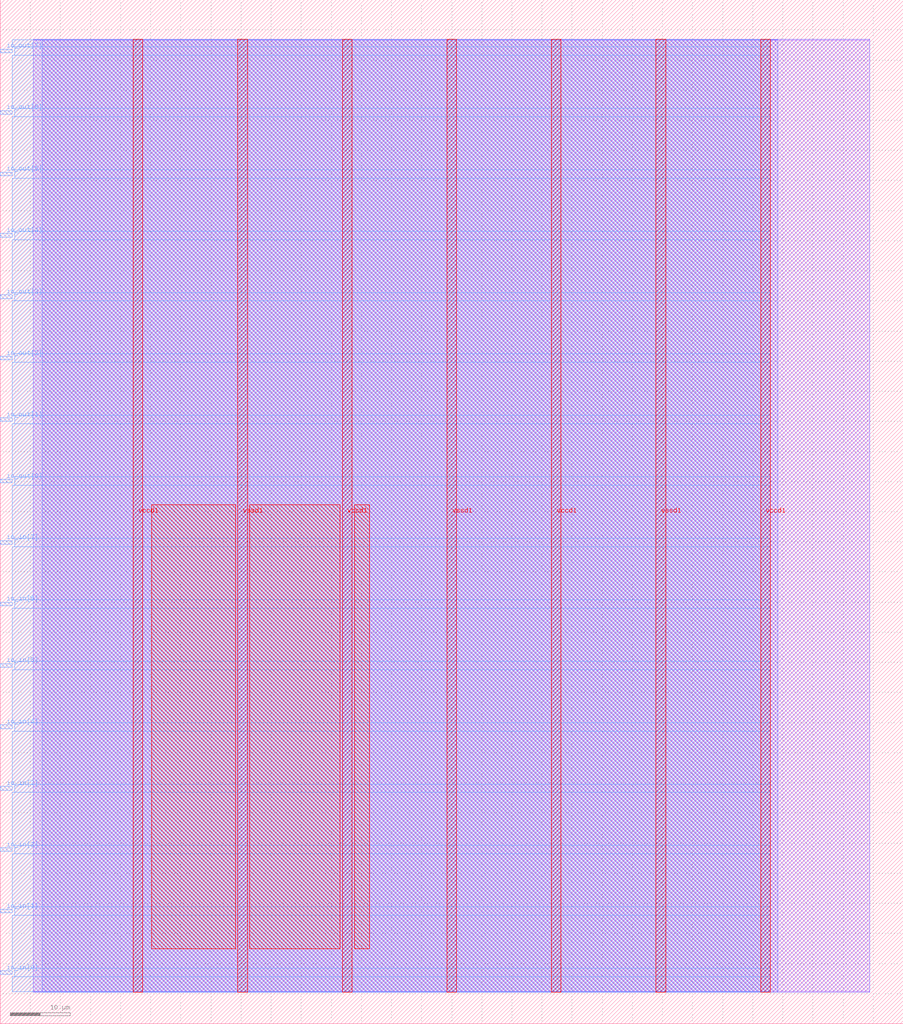
<source format=lef>
VERSION 5.7 ;
  NOWIREEXTENSIONATPIN ON ;
  DIVIDERCHAR "/" ;
  BUSBITCHARS "[]" ;
MACRO thezoq2_yafpga
  CLASS BLOCK ;
  FOREIGN thezoq2_yafpga ;
  ORIGIN 0.000 0.000 ;
  SIZE 150.000 BY 170.000 ;
  PIN io_in[0]
    DIRECTION INPUT ;
    USE SIGNAL ;
    PORT
      LAYER met3 ;
        RECT 0.000 8.200 2.000 8.800 ;
    END
  END io_in[0]
  PIN io_in[1]
    DIRECTION INPUT ;
    USE SIGNAL ;
    PORT
      LAYER met3 ;
        RECT 0.000 18.400 2.000 19.000 ;
    END
  END io_in[1]
  PIN io_in[2]
    DIRECTION INPUT ;
    USE SIGNAL ;
    PORT
      LAYER met3 ;
        RECT 0.000 28.600 2.000 29.200 ;
    END
  END io_in[2]
  PIN io_in[3]
    DIRECTION INPUT ;
    USE SIGNAL ;
    PORT
      LAYER met3 ;
        RECT 0.000 38.800 2.000 39.400 ;
    END
  END io_in[3]
  PIN io_in[4]
    DIRECTION INPUT ;
    USE SIGNAL ;
    PORT
      LAYER met3 ;
        RECT 0.000 49.000 2.000 49.600 ;
    END
  END io_in[4]
  PIN io_in[5]
    DIRECTION INPUT ;
    USE SIGNAL ;
    PORT
      LAYER met3 ;
        RECT 0.000 59.200 2.000 59.800 ;
    END
  END io_in[5]
  PIN io_in[6]
    DIRECTION INPUT ;
    USE SIGNAL ;
    PORT
      LAYER met3 ;
        RECT 0.000 69.400 2.000 70.000 ;
    END
  END io_in[6]
  PIN io_in[7]
    DIRECTION INPUT ;
    USE SIGNAL ;
    PORT
      LAYER met3 ;
        RECT 0.000 79.600 2.000 80.200 ;
    END
  END io_in[7]
  PIN io_out[0]
    DIRECTION OUTPUT TRISTATE ;
    USE SIGNAL ;
    PORT
      LAYER met3 ;
        RECT 0.000 89.800 2.000 90.400 ;
    END
  END io_out[0]
  PIN io_out[1]
    DIRECTION OUTPUT TRISTATE ;
    USE SIGNAL ;
    PORT
      LAYER met3 ;
        RECT 0.000 100.000 2.000 100.600 ;
    END
  END io_out[1]
  PIN io_out[2]
    DIRECTION OUTPUT TRISTATE ;
    USE SIGNAL ;
    PORT
      LAYER met3 ;
        RECT 0.000 110.200 2.000 110.800 ;
    END
  END io_out[2]
  PIN io_out[3]
    DIRECTION OUTPUT TRISTATE ;
    USE SIGNAL ;
    PORT
      LAYER met3 ;
        RECT 0.000 120.400 2.000 121.000 ;
    END
  END io_out[3]
  PIN io_out[4]
    DIRECTION OUTPUT TRISTATE ;
    USE SIGNAL ;
    PORT
      LAYER met3 ;
        RECT 0.000 130.600 2.000 131.200 ;
    END
  END io_out[4]
  PIN io_out[5]
    DIRECTION OUTPUT TRISTATE ;
    USE SIGNAL ;
    PORT
      LAYER met3 ;
        RECT 0.000 140.800 2.000 141.400 ;
    END
  END io_out[5]
  PIN io_out[6]
    DIRECTION OUTPUT TRISTATE ;
    USE SIGNAL ;
    PORT
      LAYER met3 ;
        RECT 0.000 151.000 2.000 151.600 ;
    END
  END io_out[6]
  PIN io_out[7]
    DIRECTION OUTPUT TRISTATE ;
    USE SIGNAL ;
    PORT
      LAYER met3 ;
        RECT 0.000 161.200 2.000 161.800 ;
    END
  END io_out[7]
  PIN vccd1
    DIRECTION INOUT ;
    USE POWER ;
    PORT
      LAYER met4 ;
        RECT 22.090 5.200 23.690 163.440 ;
    END
    PORT
      LAYER met4 ;
        RECT 56.830 5.200 58.430 163.440 ;
    END
    PORT
      LAYER met4 ;
        RECT 91.570 5.200 93.170 163.440 ;
    END
    PORT
      LAYER met4 ;
        RECT 126.310 5.200 127.910 163.440 ;
    END
  END vccd1
  PIN vssd1
    DIRECTION INOUT ;
    USE GROUND ;
    PORT
      LAYER met4 ;
        RECT 39.460 5.200 41.060 163.440 ;
    END
    PORT
      LAYER met4 ;
        RECT 74.200 5.200 75.800 163.440 ;
    END
    PORT
      LAYER met4 ;
        RECT 108.940 5.200 110.540 163.440 ;
    END
  END vssd1
  OBS
      LAYER li1 ;
        RECT 5.520 5.355 144.440 163.285 ;
      LAYER met1 ;
        RECT 5.520 5.200 144.440 163.440 ;
      LAYER met2 ;
        RECT 6.990 5.255 129.160 163.385 ;
      LAYER met3 ;
        RECT 2.000 162.200 127.900 163.365 ;
        RECT 2.400 160.800 127.900 162.200 ;
        RECT 2.000 152.000 127.900 160.800 ;
        RECT 2.400 150.600 127.900 152.000 ;
        RECT 2.000 141.800 127.900 150.600 ;
        RECT 2.400 140.400 127.900 141.800 ;
        RECT 2.000 131.600 127.900 140.400 ;
        RECT 2.400 130.200 127.900 131.600 ;
        RECT 2.000 121.400 127.900 130.200 ;
        RECT 2.400 120.000 127.900 121.400 ;
        RECT 2.000 111.200 127.900 120.000 ;
        RECT 2.400 109.800 127.900 111.200 ;
        RECT 2.000 101.000 127.900 109.800 ;
        RECT 2.400 99.600 127.900 101.000 ;
        RECT 2.000 90.800 127.900 99.600 ;
        RECT 2.400 89.400 127.900 90.800 ;
        RECT 2.000 80.600 127.900 89.400 ;
        RECT 2.400 79.200 127.900 80.600 ;
        RECT 2.000 70.400 127.900 79.200 ;
        RECT 2.400 69.000 127.900 70.400 ;
        RECT 2.000 60.200 127.900 69.000 ;
        RECT 2.400 58.800 127.900 60.200 ;
        RECT 2.000 50.000 127.900 58.800 ;
        RECT 2.400 48.600 127.900 50.000 ;
        RECT 2.000 39.800 127.900 48.600 ;
        RECT 2.400 38.400 127.900 39.800 ;
        RECT 2.000 29.600 127.900 38.400 ;
        RECT 2.400 28.200 127.900 29.600 ;
        RECT 2.000 19.400 127.900 28.200 ;
        RECT 2.400 18.000 127.900 19.400 ;
        RECT 2.000 9.200 127.900 18.000 ;
        RECT 2.400 7.800 127.900 9.200 ;
        RECT 2.000 5.275 127.900 7.800 ;
      LAYER met4 ;
        RECT 25.135 12.415 39.060 86.185 ;
        RECT 41.460 12.415 56.430 86.185 ;
        RECT 58.830 12.415 61.345 86.185 ;
  END
END thezoq2_yafpga
END LIBRARY


</source>
